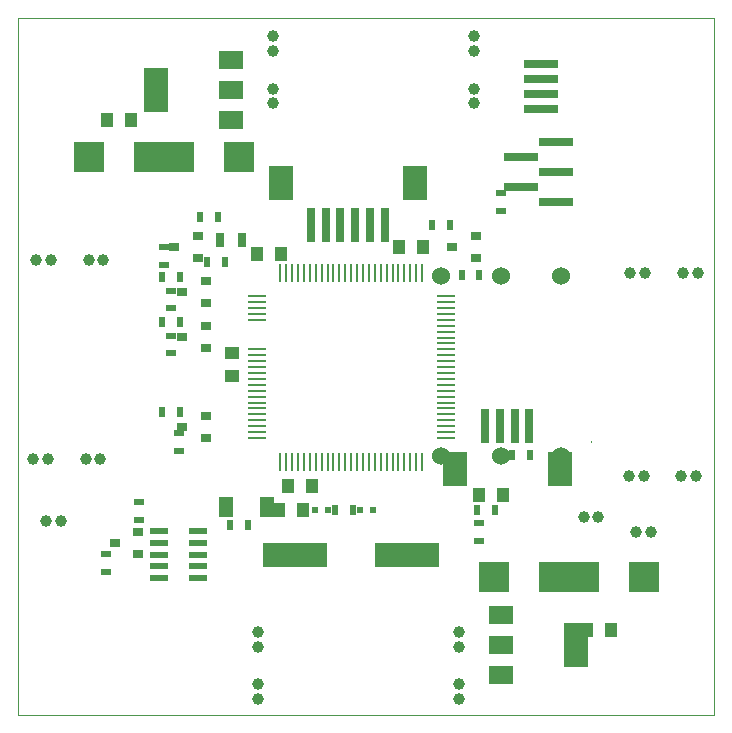
<source format=gts>
G04 #@! TF.FileFunction,Soldermask,Top*
%FSLAX46Y46*%
G04 Gerber Fmt 4.6, Leading zero omitted, Abs format (unit mm)*
G04 Created by KiCad (PCBNEW 4.0.7) date 01/17/18 18:25:31*
%MOMM*%
%LPD*%
G01*
G04 APERTURE LIST*
%ADD10C,0.152400*%
%ADD11C,0.100000*%
%ADD12R,2.000000X3.800000*%
%ADD13R,2.000000X1.500000*%
%ADD14R,2.550000X2.500000*%
%ADD15R,1.000000X1.250000*%
%ADD16C,1.000000*%
%ADD17R,0.800000X3.000000*%
%ADD18R,2.100000X3.000000*%
%ADD19C,1.524000*%
%ADD20R,3.000000X0.800000*%
%ADD21R,0.600000X0.500000*%
%ADD22R,1.500000X0.500000*%
%ADD23R,0.900000X0.800000*%
%ADD24R,0.500000X0.900000*%
%ADD25R,0.900000X0.500000*%
%ADD26R,0.700000X1.300000*%
%ADD27R,1.250000X1.000000*%
%ADD28R,1.300000X1.700000*%
%ADD29R,3.000000X0.650000*%
%ADD30R,5.500000X2.000000*%
%ADD31R,1.500000X0.290000*%
%ADD32R,0.290000X1.500000*%
G04 APERTURE END LIST*
D10*
D11*
X14400000Y-73700000D02*
X73300000Y-73700000D01*
X73300000Y-14700000D02*
X73300000Y-73700000D01*
X14400000Y-14700000D02*
X73300000Y-14700000D01*
X14400000Y-73700000D02*
X14400000Y-14700000D01*
X62925000Y-50600000D02*
X62925000Y-50475000D01*
D12*
X61660000Y-67745000D03*
D13*
X55310000Y-67745000D03*
X55310000Y-65205000D03*
X55310000Y-70285000D03*
D14*
X54690000Y-62030000D03*
X59740000Y-62030000D03*
X67360000Y-62030000D03*
X62310000Y-62030000D03*
D15*
X62565000Y-66475000D03*
X64565000Y-66475000D03*
D16*
X62295000Y-56950000D03*
X63545000Y-56950000D03*
X68010000Y-58220000D03*
X66760000Y-58220000D03*
D17*
X57700000Y-49260000D03*
X56450000Y-49260000D03*
X55200000Y-49260000D03*
D18*
X60250000Y-52860000D03*
X51400000Y-52860000D03*
D17*
X53950000Y-49260000D03*
D19*
X50240000Y-51740000D03*
X55320000Y-51740000D03*
X60400000Y-51740000D03*
X60400000Y-36500000D03*
X55320000Y-36500000D03*
X50240000Y-36500000D03*
D16*
X67486000Y-36290000D03*
X66236000Y-36290000D03*
D20*
X58672960Y-22355200D03*
X58672960Y-21105200D03*
X58672960Y-19855200D03*
X58672960Y-18605200D03*
D16*
X35990000Y-16224000D03*
X35990000Y-17474000D03*
D21*
X39520000Y-56315000D03*
X40620000Y-56315000D03*
X44430000Y-56315000D03*
X43330000Y-56315000D03*
D12*
X26100000Y-20755000D03*
D13*
X32450000Y-20755000D03*
X32450000Y-23295000D03*
X32450000Y-18215000D03*
D22*
X29655000Y-62125000D03*
X26355000Y-62125000D03*
X29655000Y-61125000D03*
X26355000Y-61125000D03*
X29655000Y-60125000D03*
X26355000Y-60125000D03*
X29655000Y-59125000D03*
X26355000Y-59125000D03*
X29655000Y-58125000D03*
X26355000Y-58125000D03*
D23*
X30275000Y-38850000D03*
X30275000Y-36950000D03*
X28275000Y-37900000D03*
X53135000Y-35040000D03*
X53135000Y-33140000D03*
X51135000Y-34090000D03*
X29640000Y-35040000D03*
X29640000Y-33140000D03*
X27640000Y-34090000D03*
X30275000Y-42660000D03*
X30275000Y-40760000D03*
X28275000Y-41710000D03*
X30275000Y-50280000D03*
X30275000Y-48380000D03*
X28275000Y-49330000D03*
X24600000Y-60100000D03*
X24600000Y-58200000D03*
X22600000Y-59150000D03*
D24*
X32335000Y-57585000D03*
X33835000Y-57585000D03*
X57750000Y-51730000D03*
X56250000Y-51730000D03*
D25*
X55310000Y-31030000D03*
X55310000Y-29530000D03*
D24*
X41225000Y-56315000D03*
X42725000Y-56315000D03*
X28120000Y-36630000D03*
X26620000Y-36630000D03*
X50980000Y-32185000D03*
X49480000Y-32185000D03*
X29795000Y-31550000D03*
X31295000Y-31550000D03*
D25*
X27370000Y-37785000D03*
X27370000Y-39285000D03*
D26*
X33400000Y-33455000D03*
X31500000Y-33455000D03*
D24*
X51959040Y-36436960D03*
X53459040Y-36436960D03*
X28120000Y-40440000D03*
X26620000Y-40440000D03*
D25*
X26800000Y-34075000D03*
X26800000Y-35575000D03*
D24*
X31930000Y-35360000D03*
X30430000Y-35360000D03*
D25*
X27370000Y-41595000D03*
X27370000Y-43095000D03*
D24*
X28120000Y-48060000D03*
X26620000Y-48060000D03*
D25*
X28050000Y-49860000D03*
X28050000Y-51360000D03*
X24630000Y-57170000D03*
X24630000Y-55670000D03*
X21810000Y-60110000D03*
X21810000Y-61610000D03*
D14*
X33070000Y-26470000D03*
X28020000Y-26470000D03*
D15*
X36530000Y-56315000D03*
X38530000Y-56315000D03*
D14*
X20400000Y-26470000D03*
X25450000Y-26470000D03*
D15*
X21925000Y-23295000D03*
X23925000Y-23295000D03*
D27*
X32475000Y-43025000D03*
X32475000Y-45025000D03*
D15*
X37300000Y-54350000D03*
X39300000Y-54350000D03*
X48690000Y-34090000D03*
X46690000Y-34090000D03*
X34625000Y-34660000D03*
X36625000Y-34660000D03*
X53450000Y-55050000D03*
X55450000Y-55050000D03*
D28*
X35470000Y-56100000D03*
X31970000Y-56100000D03*
D29*
X56985000Y-26470000D03*
X56985000Y-29010000D03*
X59985000Y-25200000D03*
X59985000Y-27740000D03*
X59985000Y-30280000D03*
D16*
X15670000Y-52038000D03*
X16920000Y-52038000D03*
X20115000Y-52038000D03*
X21365000Y-52038000D03*
X51738000Y-72358000D03*
X51738000Y-71108000D03*
X51738000Y-67913000D03*
X51738000Y-66663000D03*
X34720000Y-72358000D03*
X34720000Y-71108000D03*
X34720000Y-67913000D03*
X34720000Y-66663000D03*
X53008000Y-16224000D03*
X53008000Y-17474000D03*
X53008000Y-20669000D03*
X53008000Y-21919000D03*
X71931000Y-36290000D03*
X70681000Y-36290000D03*
X67359000Y-53435000D03*
X66109000Y-53435000D03*
X35990000Y-20669000D03*
X35990000Y-21919000D03*
X15924000Y-35147000D03*
X17174000Y-35147000D03*
X20369000Y-35147000D03*
X21619000Y-35147000D03*
D25*
X53405000Y-58970000D03*
X53405000Y-57470000D03*
D24*
X53290000Y-56315000D03*
X54790000Y-56315000D03*
D17*
X41700000Y-32240000D03*
X40450000Y-32240000D03*
X39200000Y-32240000D03*
X42950000Y-32240000D03*
X44200000Y-32240000D03*
D18*
X36650000Y-28640000D03*
X48000000Y-28640000D03*
D17*
X45450000Y-32240000D03*
D30*
X47360000Y-60125000D03*
X37860000Y-60125000D03*
D16*
X18024580Y-57242460D03*
X16774580Y-57242460D03*
D31*
X34610000Y-38250000D03*
X34610000Y-38750000D03*
X34610000Y-39250000D03*
X34610000Y-39750000D03*
X34610000Y-40250000D03*
X34610000Y-42750000D03*
X34610000Y-43250000D03*
X34610000Y-43750000D03*
X34610000Y-44250000D03*
X34610000Y-44750000D03*
X34610000Y-45250000D03*
X34610000Y-45750000D03*
X34610000Y-46250000D03*
X34610000Y-46750000D03*
X34610000Y-47250000D03*
X34610000Y-47750000D03*
X34610000Y-48250000D03*
X34610000Y-48750000D03*
X34610000Y-49250000D03*
X34610000Y-49750000D03*
X34610000Y-50250000D03*
D32*
X36610000Y-52250000D03*
X37110000Y-52250000D03*
X37610000Y-52250000D03*
X38110000Y-52250000D03*
X38610000Y-52250000D03*
X39110000Y-52250000D03*
X39610000Y-52250000D03*
X40110000Y-52250000D03*
X40610000Y-52250000D03*
X41110000Y-52250000D03*
X41610000Y-52250000D03*
X42110000Y-52250000D03*
X42610000Y-52250000D03*
X43110000Y-52250000D03*
X43610000Y-52250000D03*
X44110000Y-52250000D03*
X44610000Y-52250000D03*
X45110000Y-52250000D03*
X45610000Y-52250000D03*
X46110000Y-52250000D03*
X46610000Y-52250000D03*
X47110000Y-52250000D03*
X47610000Y-52250000D03*
X48110000Y-52250000D03*
X48610000Y-52250000D03*
D31*
X50610000Y-50250000D03*
X50610000Y-49750000D03*
X50610000Y-49250000D03*
X50610000Y-48750000D03*
X50610000Y-48250000D03*
X50610000Y-47750000D03*
X50610000Y-47250000D03*
X50610000Y-46750000D03*
X50610000Y-46250000D03*
X50610000Y-45750000D03*
X50610000Y-45250000D03*
X50610000Y-44750000D03*
X50610000Y-44250000D03*
X50610000Y-43750000D03*
X50610000Y-43250000D03*
X50610000Y-42750000D03*
X50610000Y-42250000D03*
X50610000Y-41750000D03*
X50610000Y-41250000D03*
X50610000Y-40750000D03*
X50610000Y-40250000D03*
X50610000Y-39750000D03*
X50610000Y-39250000D03*
X50610000Y-38750000D03*
X50610000Y-38250000D03*
D32*
X48610000Y-36250000D03*
X48110000Y-36250000D03*
X47610000Y-36250000D03*
X47110000Y-36250000D03*
X46610000Y-36250000D03*
X46110000Y-36250000D03*
X45610000Y-36250000D03*
X45110000Y-36250000D03*
X44610000Y-36250000D03*
X44110000Y-36250000D03*
X43610000Y-36250000D03*
X43110000Y-36250000D03*
X42610000Y-36250000D03*
X42110000Y-36250000D03*
X41610000Y-36250000D03*
X41110000Y-36250000D03*
X40610000Y-36250000D03*
X40110000Y-36250000D03*
X39610000Y-36250000D03*
X39110000Y-36250000D03*
X38610000Y-36250000D03*
X38110000Y-36250000D03*
X37610000Y-36250000D03*
X37110000Y-36250000D03*
X36610000Y-36250000D03*
D16*
X71804000Y-53435000D03*
X70554000Y-53435000D03*
M02*

</source>
